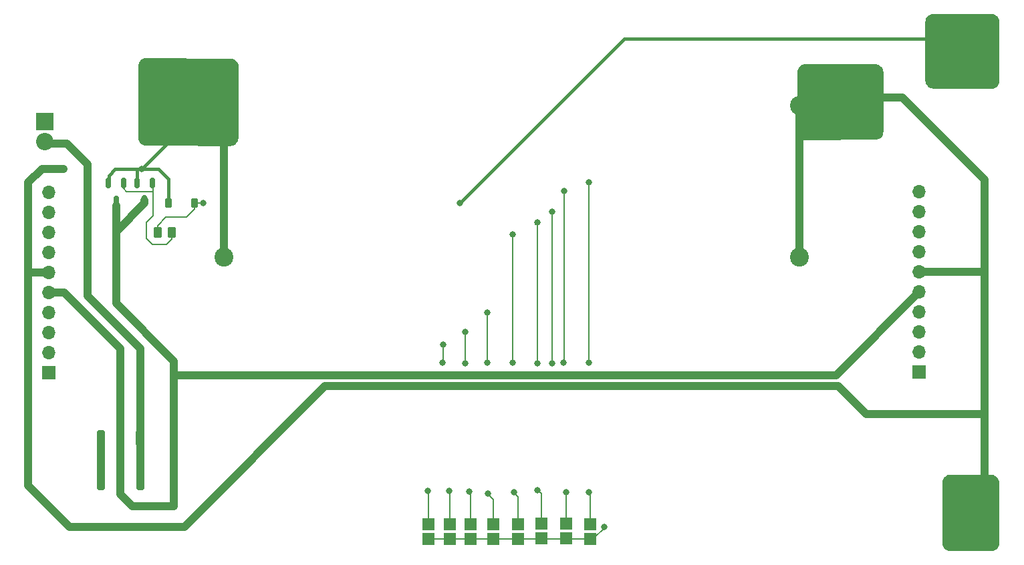
<source format=gbr>
%TF.GenerationSoftware,KiCad,Pcbnew,(7.0.0)*%
%TF.CreationDate,2023-03-03T13:32:30+01:00*%
%TF.ProjectId,Solar Cell offgrid Power,536f6c61-7220-4436-956c-6c206f666667,rev?*%
%TF.SameCoordinates,Original*%
%TF.FileFunction,Copper,L1,Top*%
%TF.FilePolarity,Positive*%
%FSLAX46Y46*%
G04 Gerber Fmt 4.6, Leading zero omitted, Abs format (unit mm)*
G04 Created by KiCad (PCBNEW (7.0.0)) date 2023-03-03 13:32:30*
%MOMM*%
%LPD*%
G01*
G04 APERTURE LIST*
G04 Aperture macros list*
%AMRoundRect*
0 Rectangle with rounded corners*
0 $1 Rounding radius*
0 $2 $3 $4 $5 $6 $7 $8 $9 X,Y pos of 4 corners*
0 Add a 4 corners polygon primitive as box body*
4,1,4,$2,$3,$4,$5,$6,$7,$8,$9,$2,$3,0*
0 Add four circle primitives for the rounded corners*
1,1,$1+$1,$2,$3*
1,1,$1+$1,$4,$5*
1,1,$1+$1,$6,$7*
1,1,$1+$1,$8,$9*
0 Add four rect primitives between the rounded corners*
20,1,$1+$1,$2,$3,$4,$5,0*
20,1,$1+$1,$4,$5,$6,$7,0*
20,1,$1+$1,$6,$7,$8,$9,0*
20,1,$1+$1,$8,$9,$2,$3,0*%
G04 Aperture macros list end*
%TA.AperFunction,SMDPad,CuDef*%
%ADD10RoundRect,0.250000X-0.262500X-0.450000X0.262500X-0.450000X0.262500X0.450000X-0.262500X0.450000X0*%
%TD*%
%TA.AperFunction,SMDPad,CuDef*%
%ADD11RoundRect,0.150000X-0.150000X0.512500X-0.150000X-0.512500X0.150000X-0.512500X0.150000X0.512500X0*%
%TD*%
%TA.AperFunction,SMDPad,CuDef*%
%ADD12R,3.000000X3.000000*%
%TD*%
%TA.AperFunction,ComponentPad*%
%ADD13R,1.700000X1.700000*%
%TD*%
%TA.AperFunction,ComponentPad*%
%ADD14O,1.700000X1.700000*%
%TD*%
%TA.AperFunction,SMDPad,CuDef*%
%ADD15R,1.500000X1.500000*%
%TD*%
%TA.AperFunction,SMDPad,CuDef*%
%ADD16RoundRect,0.250000X-0.250000X-0.750000X0.250000X-0.750000X0.250000X0.750000X-0.250000X0.750000X0*%
%TD*%
%TA.AperFunction,ComponentPad*%
%ADD17C,2.400000*%
%TD*%
%TA.AperFunction,SMDPad,CuDef*%
%ADD18RoundRect,0.225000X-0.225000X-0.375000X0.225000X-0.375000X0.225000X0.375000X-0.225000X0.375000X0*%
%TD*%
%TA.AperFunction,ComponentPad*%
%ADD19R,2.200000X2.200000*%
%TD*%
%TA.AperFunction,ComponentPad*%
%ADD20C,2.200000*%
%TD*%
%TA.AperFunction,ViaPad*%
%ADD21C,0.800000*%
%TD*%
%TA.AperFunction,Conductor*%
%ADD22C,0.150000*%
%TD*%
%TA.AperFunction,Conductor*%
%ADD23C,0.200000*%
%TD*%
%TA.AperFunction,Conductor*%
%ADD24C,1.000000*%
%TD*%
%TA.AperFunction,Conductor*%
%ADD25C,0.400000*%
%TD*%
G04 APERTURE END LIST*
D10*
%TO.P,R1,1*%
%TO.N,Net-(D1-A)*%
X127087500Y-93360000D03*
%TO.P,R1,2*%
%TO.N,Net-(T1-B)*%
X128912500Y-93360000D03*
%TD*%
D11*
%TO.P,T2,3,C*%
%TO.N,PWR*%
X125450000Y-89367500D03*
%TO.P,T2,2,E*%
%TO.N,BAT+*%
X124500000Y-87092500D03*
%TO.P,T2,1,B*%
%TO.N,Net-(T1-B)*%
X126400000Y-87092500D03*
%TD*%
%TO.P,T1,1,B*%
%TO.N,Net-(T1-B)*%
X122780000Y-87155000D03*
%TO.P,T1,2,E*%
%TO.N,BAT+*%
X120880000Y-87155000D03*
%TO.P,T1,3,C*%
%TO.N,PWR*%
X121830000Y-89430000D03*
%TD*%
D12*
%TO.P,TPBAT_NEG1,1,1*%
%TO.N,GND*%
X213589999Y-76289999D03*
%TD*%
D13*
%TO.P,J2,1,Pin_1*%
%TO.N,Conn_track_1*%
X113289999Y-111149999D03*
D14*
%TO.P,J2,2,Pin_2*%
%TO.N,Conn_track_2*%
X113289999Y-108609999D03*
%TO.P,J2,3,Pin_3*%
%TO.N,Conn_track_3*%
X113289999Y-106069999D03*
%TO.P,J2,4,Pin_4*%
%TO.N,Conn_track_4*%
X113289999Y-103529999D03*
%TO.P,J2,5,Pin_5*%
%TO.N,PWR*%
X113289999Y-100989999D03*
%TO.P,J2,6,Pin_6*%
%TO.N,GND*%
X113289999Y-98449999D03*
%TO.P,J2,7,Pin_7*%
%TO.N,Conn_track_7*%
X113289999Y-95909999D03*
%TO.P,J2,8,Pin_8*%
%TO.N,Conn_track_8*%
X113289999Y-93369999D03*
%TO.P,J2,9,Pin_9*%
%TO.N,Conn_track_9*%
X113289999Y-90829999D03*
%TO.P,J2,10,Pin_10*%
%TO.N,Conn_track_10*%
X113289999Y-88289999D03*
%TD*%
D15*
%TO.P,BK4,1,1*%
%TO.N,BAT+*%
X161369999Y-132239999D03*
%TO.P,BK4,2,2*%
%TO.N,Conn_track_1*%
X161369999Y-130379999D03*
%TD*%
%TO.P,BK8,1,1*%
%TO.N,BAT+*%
X172739999Y-132224999D03*
%TO.P,BK8,2,2*%
%TO.N,Conn_track_7*%
X172739999Y-130364999D03*
%TD*%
D16*
%TO.P,J4,1,Pin_1*%
%TO.N,Net-(J4-Pin_1)*%
X119900000Y-125080000D03*
%TO.P,J4,2,Pin_2*%
%TO.N,PWR*%
X122390000Y-125070000D03*
%TO.P,J4,3,Pin_3*%
%TO.N,PWR_HOME*%
X124910000Y-125080000D03*
%TO.P,J4,4,Pin_4*%
X124830000Y-119450000D03*
%TO.P,J4,5,Pin_5*%
%TO.N,PWR*%
X122410000Y-119430000D03*
%TO.P,J4,6,Pin_6*%
%TO.N,Net-(J4-Pin_1)*%
X119900000Y-119440000D03*
%TD*%
D17*
%TO.P,BT2,1+*%
%TO.N,BAT+*%
X135460000Y-77270000D03*
%TO.P,BT2,1-*%
%TO.N,GND*%
X208360000Y-77270000D03*
%TO.P,BT2,2+*%
%TO.N,BAT+*%
X135460000Y-96570000D03*
%TO.P,BT2,2-*%
%TO.N,GND*%
X208360000Y-96570000D03*
%TD*%
D15*
%TO.P,BK7,1,1*%
%TO.N,BAT+*%
X169589999Y-132219999D03*
%TO.P,BK7,2,2*%
%TO.N,Conn_track_4*%
X169589999Y-130359999D03*
%TD*%
D12*
%TO.P,BAT_POS2,1,1*%
%TO.N,BAT+*%
X131169999Y-77089999D03*
%TD*%
D15*
%TO.P,BK6,1,1*%
%TO.N,BAT+*%
X166749999Y-132249999D03*
%TO.P,BK6,2,2*%
%TO.N,Conn_track_3*%
X166749999Y-130389999D03*
%TD*%
D12*
%TO.P,TPSC_NEG1,1,1*%
%TO.N,GND*%
X231839999Y-130129999D03*
%TD*%
D15*
%TO.P,BK3,1,1*%
%TO.N,BAT+*%
X181869999Y-132234999D03*
%TO.P,BK3,2,2*%
%TO.N,Conn_track_10*%
X181869999Y-130374999D03*
%TD*%
%TO.P,BK2,1,1*%
%TO.N,BAT+*%
X178829999Y-132174999D03*
%TO.P,BK2,2,2*%
%TO.N,Conn_track_9*%
X178829999Y-130314999D03*
%TD*%
D13*
%TO.P,J1,1,Pin_1*%
%TO.N,Conn_track_1*%
X223579999Y-111109999D03*
D14*
%TO.P,J1,2,Pin_2*%
%TO.N,Conn_track_2*%
X223579999Y-108569999D03*
%TO.P,J1,3,Pin_3*%
%TO.N,Conn_track_3*%
X223579999Y-106029999D03*
%TO.P,J1,4,Pin_4*%
%TO.N,Conn_track_4*%
X223579999Y-103489999D03*
%TO.P,J1,5,Pin_5*%
%TO.N,PWR*%
X223579999Y-100949999D03*
%TO.P,J1,6,Pin_6*%
%TO.N,GND*%
X223579999Y-98409999D03*
%TO.P,J1,7,Pin_7*%
%TO.N,Conn_track_7*%
X223579999Y-95869999D03*
%TO.P,J1,8,Pin_8*%
%TO.N,Conn_track_8*%
X223579999Y-93329999D03*
%TO.P,J1,9,Pin_9*%
%TO.N,Conn_track_9*%
X223579999Y-90789999D03*
%TO.P,J1,10,Pin_10*%
%TO.N,Conn_track_10*%
X223579999Y-88249999D03*
%TD*%
D18*
%TO.P,D1,1,K*%
%TO.N,BAT+*%
X128450000Y-89670000D03*
%TO.P,D1,2,A*%
%TO.N,Net-(D1-A)*%
X131750000Y-89670000D03*
%TD*%
D19*
%TO.P,J3,1,Pin_1*%
%TO.N,GND*%
X112829999Y-79329999D03*
D20*
%TO.P,J3,2,Pin_2*%
%TO.N,PWR_HOME*%
X112830000Y-81870000D03*
%TD*%
D12*
%TO.P,SC_POS1,1,1*%
%TO.N,Net-(D1-A)*%
X231709999Y-69829999D03*
%TD*%
D15*
%TO.P,BK1,1,1*%
%TO.N,BAT+*%
X175719999Y-132194999D03*
%TO.P,BK1,2,2*%
%TO.N,Conn_track_8*%
X175719999Y-130334999D03*
%TD*%
%TO.P,BK5,1,1*%
%TO.N,BAT+*%
X164069999Y-132239999D03*
%TO.P,BK5,2,2*%
%TO.N,Conn_track_2*%
X164069999Y-130379999D03*
%TD*%
D21*
%TO.N,Conn_track_10*%
X181720000Y-126330000D03*
%TO.N,Conn_track_9*%
X178850000Y-126340000D03*
%TO.N,Conn_track_8*%
X175220000Y-126070000D03*
%TO.N,Conn_track_7*%
X172250000Y-126360000D03*
%TO.N,Conn_track_4*%
X168910000Y-126520000D03*
%TO.N,Conn_track_3*%
X166560000Y-126250000D03*
%TO.N,Conn_track_2*%
X164010000Y-126150000D03*
%TO.N,Conn_track_1*%
X161340000Y-126200000D03*
%TO.N,BAT+*%
X183690000Y-130770000D03*
X181690000Y-109880000D03*
%TO.N,Conn_track_10*%
X178540000Y-109910000D03*
%TO.N,Conn_track_9*%
X177080000Y-110000000D03*
%TO.N,Conn_track_8*%
X175220000Y-109990000D03*
%TO.N,Conn_track_7*%
X172070000Y-109930000D03*
%TO.N,Conn_track_4*%
X168880000Y-109910000D03*
%TO.N,Conn_track_3*%
X166090000Y-110010000D03*
%TO.N,Conn_track_2*%
X163190000Y-109900000D03*
%TO.N,Net-(D1-A)*%
X165380000Y-89680000D03*
X132900000Y-89680000D03*
%TO.N,BAT+*%
X181720000Y-87070000D03*
X125090000Y-85385000D03*
%TO.N,Conn_track_8*%
X175230000Y-92150000D03*
%TO.N,GND*%
X115170000Y-85350000D03*
%TO.N,Conn_track_9*%
X177070000Y-90770000D03*
%TO.N,Conn_track_10*%
X178560000Y-88190000D03*
%TO.N,Conn_track_2*%
X163290000Y-107620000D03*
%TO.N,Conn_track_3*%
X166090000Y-105980000D03*
%TO.N,Conn_track_4*%
X168860000Y-103530000D03*
%TO.N,Conn_track_7*%
X172030000Y-93670000D03*
%TD*%
D22*
%TO.N,Net-(T1-B)*%
X126530000Y-88200000D02*
X126560000Y-88170000D01*
X123170000Y-88200000D02*
X126530000Y-88200000D01*
X122780000Y-87810000D02*
X123170000Y-88200000D01*
X122780000Y-87155000D02*
X122780000Y-87810000D01*
D23*
X126560000Y-87252500D02*
X126400000Y-87092500D01*
X125660000Y-94120000D02*
X125660000Y-92160000D01*
X126560000Y-91260000D02*
X126560000Y-87252500D01*
X126460000Y-94920000D02*
X125660000Y-94120000D01*
X125660000Y-92160000D02*
X126560000Y-91260000D01*
X128250000Y-94920000D02*
X126460000Y-94920000D01*
X128912500Y-94257500D02*
X128250000Y-94920000D01*
X128912500Y-93360000D02*
X128912500Y-94257500D01*
D24*
%TO.N,PWR*%
X121820000Y-93290000D02*
X121820000Y-94570000D01*
X125450000Y-89660000D02*
X121820000Y-93290000D01*
X125450000Y-89367500D02*
X125450000Y-89660000D01*
D23*
%TO.N,Net-(D1-A)*%
X127087500Y-92522500D02*
X127087500Y-93360000D01*
X130770000Y-91450000D02*
X128160000Y-91450000D01*
X131750000Y-90470000D02*
X130770000Y-91450000D01*
X131750000Y-89670000D02*
X131750000Y-90470000D01*
X128160000Y-91450000D02*
X127087500Y-92522500D01*
D25*
%TO.N,BAT+*%
X128450000Y-86650000D02*
X128450000Y-89670000D01*
X125090000Y-85385000D02*
X127185000Y-85385000D01*
X127185000Y-85385000D02*
X128450000Y-86650000D01*
X121725000Y-85385000D02*
X120900000Y-86210000D01*
X125090000Y-85385000D02*
X121725000Y-85385000D01*
X120900000Y-86210000D02*
X120900000Y-87255000D01*
X124500000Y-85475000D02*
X124410000Y-85385000D01*
X124500000Y-87092500D02*
X124500000Y-85475000D01*
D24*
%TO.N,PWR*%
X121820000Y-94570000D02*
X121820000Y-102410000D01*
X121820000Y-89980000D02*
X121820000Y-94570000D01*
D23*
%TO.N,Net-(D1-A)*%
X131790000Y-89630000D02*
X131750000Y-89670000D01*
X132850000Y-89630000D02*
X131790000Y-89630000D01*
X132900000Y-89680000D02*
X132850000Y-89630000D01*
D22*
%TO.N,Conn_track_1*%
X161370000Y-126350000D02*
X161310000Y-126290000D01*
X161370000Y-130380000D02*
X161370000Y-126350000D01*
%TO.N,Conn_track_3*%
X166750000Y-126400000D02*
X166580000Y-126230000D01*
X166750000Y-130390000D02*
X166750000Y-126400000D01*
%TO.N,Conn_track_4*%
X169590000Y-127300000D02*
X168900000Y-126610000D01*
X169590000Y-130360000D02*
X169590000Y-127300000D01*
%TO.N,Conn_track_7*%
X172740000Y-126890000D02*
X172190000Y-126340000D01*
X172740000Y-130365000D02*
X172740000Y-126890000D01*
%TO.N,Conn_track_8*%
X175720000Y-126500000D02*
X175220000Y-126000000D01*
X175720000Y-130335000D02*
X175720000Y-126500000D01*
%TO.N,Conn_track_9*%
X178830000Y-126340000D02*
X178840000Y-126330000D01*
X178830000Y-130315000D02*
X178830000Y-126340000D01*
%TO.N,Conn_track_10*%
X181870000Y-126560000D02*
X181550000Y-126240000D01*
X181870000Y-130375000D02*
X181870000Y-126560000D01*
%TO.N,BAT+*%
X182265000Y-132235000D02*
X183800000Y-130700000D01*
X181870000Y-132235000D02*
X182265000Y-132235000D01*
D23*
X181720000Y-87070000D02*
X181720000Y-109750000D01*
D22*
%TO.N,Conn_track_10*%
X178560000Y-109860000D02*
X178580000Y-109880000D01*
X178560000Y-88190000D02*
X178560000Y-109860000D01*
%TO.N,Conn_track_9*%
X177070000Y-109950000D02*
X177060000Y-109960000D01*
X177070000Y-90770000D02*
X177070000Y-109950000D01*
%TO.N,Conn_track_8*%
X175230000Y-92150000D02*
X175230000Y-109840000D01*
%TO.N,Conn_track_7*%
X172030000Y-109780000D02*
X172100000Y-109850000D01*
X172030000Y-93670000D02*
X172030000Y-109780000D01*
%TO.N,Conn_track_4*%
X168860000Y-109790000D02*
X168850000Y-109800000D01*
X168860000Y-103530000D02*
X168860000Y-109790000D01*
D23*
%TO.N,Conn_track_3*%
X166090000Y-105980000D02*
X166090000Y-109990000D01*
%TO.N,Conn_track_2*%
X163290000Y-109840000D02*
X163280000Y-109850000D01*
X163290000Y-107620000D02*
X163290000Y-109840000D01*
D24*
%TO.N,GND*%
X216820000Y-116430000D02*
X231840000Y-116430000D01*
X213290000Y-112900000D02*
X216820000Y-116430000D01*
X148260000Y-112900000D02*
X213290000Y-112900000D01*
X130460000Y-130700000D02*
X148260000Y-112900000D01*
X115970000Y-130700000D02*
X130460000Y-130700000D01*
X110720000Y-125450000D02*
X115970000Y-130700000D01*
X110720000Y-102200000D02*
X110720000Y-125450000D01*
X231840000Y-116430000D02*
X231840000Y-101300000D01*
X231840000Y-123990000D02*
X231840000Y-116430000D01*
%TO.N,PWR*%
X213020000Y-111510000D02*
X223580000Y-100950000D01*
X129182500Y-111440000D02*
X129252500Y-111510000D01*
X129252500Y-111510000D02*
X213020000Y-111510000D01*
%TO.N,BAT+*%
X131200000Y-77300000D02*
X131020000Y-77120000D01*
X135430000Y-77300000D02*
X131200000Y-77300000D01*
X135460000Y-77270000D02*
X135430000Y-77300000D01*
D25*
X131020000Y-79390000D02*
X131020000Y-77120000D01*
X125090000Y-85320000D02*
X131020000Y-79390000D01*
X125090000Y-85385000D02*
X125090000Y-85320000D01*
%TO.N,Net-(D1-A)*%
X165350000Y-89680000D02*
X186220000Y-68810000D01*
X165380000Y-89680000D02*
X165350000Y-89680000D01*
X165380000Y-89650000D02*
X165380000Y-89680000D01*
D24*
%TO.N,BAT+*%
X135460000Y-96570000D02*
X135460000Y-77270000D01*
%TO.N,GND*%
X208360000Y-96570000D02*
X208360000Y-77270000D01*
D22*
%TO.N,BAT+*%
X181865000Y-132240000D02*
X181870000Y-132235000D01*
X161370000Y-132240000D02*
X181865000Y-132240000D01*
D25*
%TO.N,Net-(D1-A)*%
X165400000Y-89630000D02*
X165380000Y-89650000D01*
X186220000Y-68810000D02*
X230690000Y-68810000D01*
X230690000Y-68810000D02*
X231710000Y-69830000D01*
D22*
%TO.N,Conn_track_8*%
X174990000Y-92390000D02*
X175230000Y-92150000D01*
D24*
%TO.N,PWR*%
X122390000Y-108140000D02*
X115240000Y-100990000D01*
X122390000Y-121660000D02*
X122390000Y-108140000D01*
X129182500Y-109772500D02*
X129182500Y-128080000D01*
X115240000Y-100990000D02*
X113290000Y-100990000D01*
X129172500Y-128070000D02*
X123890000Y-128070000D01*
X122390000Y-126570000D02*
X122390000Y-125070000D01*
X123890000Y-128070000D02*
X122390000Y-126570000D01*
X129182500Y-128080000D02*
X129172500Y-128070000D01*
X122390000Y-119450000D02*
X122410000Y-119430000D01*
X122390000Y-121660000D02*
X122390000Y-119450000D01*
X121820000Y-102410000D02*
X129182500Y-109772500D01*
X121822500Y-89977500D02*
X121820000Y-89980000D01*
X122390000Y-125070000D02*
X122390000Y-121660000D01*
D25*
%TO.N,GND*%
X110720000Y-98460000D02*
X110730000Y-98450000D01*
D24*
X231770000Y-98410000D02*
X223580000Y-98410000D01*
X110730000Y-98450000D02*
X113290000Y-98450000D01*
X110720000Y-102200000D02*
X110720000Y-98460000D01*
X231840000Y-101300000D02*
X231840000Y-98480000D01*
X221440000Y-76290000D02*
X213590000Y-76290000D01*
D25*
X231840000Y-130130000D02*
X231270000Y-130700000D01*
D24*
X231840000Y-130130000D02*
X231840000Y-123990000D01*
X231840000Y-86690000D02*
X221440000Y-76290000D01*
X209350000Y-77300000D02*
X212580000Y-77300000D01*
D25*
X115170000Y-85350000D02*
X115140000Y-85290000D01*
D24*
X110720000Y-102200000D02*
X110720000Y-87070000D01*
D25*
X231840000Y-98480000D02*
X231770000Y-98410000D01*
D24*
X112440000Y-85350000D02*
X115170000Y-85350000D01*
X110720000Y-87070000D02*
X112440000Y-85350000D01*
X231840000Y-101300000D02*
X231840000Y-86690000D01*
X212580000Y-77300000D02*
X213590000Y-76290000D01*
D22*
%TO.N,Conn_track_2*%
X164070000Y-130380000D02*
X164070000Y-126080000D01*
X163340000Y-107650000D02*
X163420000Y-107570000D01*
%TO.N,Conn_track_3*%
X166020000Y-106040000D02*
X166010000Y-106030000D01*
D24*
%TO.N,PWR_HOME*%
X113130000Y-82170000D02*
X115610000Y-82170000D01*
X118230000Y-101470000D02*
X124910000Y-108150000D01*
X115610000Y-82170000D02*
X118230000Y-84790000D01*
D25*
X113130000Y-82170000D02*
X112830000Y-81870000D01*
D24*
X124910000Y-108150000D02*
X124910000Y-125080000D01*
X118230000Y-84790000D02*
X118230000Y-101470000D01*
%TO.N,Net-(J4-Pin_1)*%
X119900000Y-125080000D02*
X119900000Y-119440000D01*
D22*
%TO.N,Conn_track_4*%
X168910000Y-103530000D02*
X168930000Y-103510000D01*
X168860000Y-103530000D02*
X168910000Y-103530000D01*
X168860000Y-103580000D02*
X168860000Y-103580000D01*
%TO.N,Conn_track_7*%
X172010000Y-93690000D02*
X172030000Y-93670000D01*
%TD*%
%TA.AperFunction,Conductor*%
%TO.N,Net-(D1-A)*%
G36*
X232721137Y-65691096D02*
G01*
X232892941Y-65708018D01*
X232916769Y-65712757D01*
X233081001Y-65762576D01*
X233103453Y-65771877D01*
X233254798Y-65852772D01*
X233275010Y-65866277D01*
X233407666Y-65975145D01*
X233424854Y-65992333D01*
X233533722Y-66124989D01*
X233547227Y-66145201D01*
X233628121Y-66296543D01*
X233637424Y-66319001D01*
X233687240Y-66483224D01*
X233691982Y-66507065D01*
X233708903Y-66678862D01*
X233709500Y-66691016D01*
X233709500Y-74187648D01*
X233708900Y-74199829D01*
X233691904Y-74372013D01*
X233687141Y-74395904D01*
X233637110Y-74560450D01*
X233627769Y-74582948D01*
X233546538Y-74734530D01*
X233532977Y-74754768D01*
X233423671Y-74887551D01*
X233406416Y-74904748D01*
X233273261Y-75013596D01*
X233252976Y-75027087D01*
X233101113Y-75107800D01*
X233078582Y-75117065D01*
X232913862Y-75166530D01*
X232889955Y-75171210D01*
X232712646Y-75188098D01*
X232700463Y-75188656D01*
X231075120Y-75183078D01*
X226682320Y-75168003D01*
X225352643Y-75163439D01*
X225340522Y-75162804D01*
X225313957Y-75160101D01*
X225164091Y-75144854D01*
X225140316Y-75140051D01*
X224976590Y-75089886D01*
X224954205Y-75080546D01*
X224803381Y-74999471D01*
X224783242Y-74985952D01*
X224651085Y-74877066D01*
X224633964Y-74859886D01*
X224525533Y-74727358D01*
X224512083Y-74707173D01*
X224431525Y-74556070D01*
X224422262Y-74533653D01*
X224422050Y-74532953D01*
X224372660Y-74369757D01*
X224367939Y-74345968D01*
X224350594Y-74169469D01*
X224350000Y-74157342D01*
X224350000Y-66696093D01*
X224350597Y-66683939D01*
X224351290Y-66676895D01*
X224368018Y-66507056D01*
X224372757Y-66483232D01*
X224422577Y-66318994D01*
X224431875Y-66296549D01*
X224512775Y-66145195D01*
X224526272Y-66124995D01*
X224635149Y-65992328D01*
X224652328Y-65975149D01*
X224784995Y-65866272D01*
X224805195Y-65852775D01*
X224956549Y-65771875D01*
X224978994Y-65762577D01*
X225143232Y-65712757D01*
X225167056Y-65708018D01*
X225338862Y-65691096D01*
X225351016Y-65690500D01*
X232708984Y-65690500D01*
X232721137Y-65691096D01*
G37*
%TD.AperFunction*%
%TD*%
%TA.AperFunction,Conductor*%
%TO.N,GND*%
G36*
X218034926Y-72081953D02*
G01*
X218211806Y-72099374D01*
X218235634Y-72104113D01*
X218399866Y-72153932D01*
X218422318Y-72163233D01*
X218573663Y-72244128D01*
X218593875Y-72257633D01*
X218726531Y-72366501D01*
X218743719Y-72383689D01*
X218852587Y-72516345D01*
X218866092Y-72536557D01*
X218946986Y-72687899D01*
X218956289Y-72710357D01*
X219006105Y-72874580D01*
X219010847Y-72898421D01*
X219028268Y-73075295D01*
X219028865Y-73087449D01*
X219028865Y-80640812D01*
X219028272Y-80652924D01*
X219010973Y-80829180D01*
X219006264Y-80852940D01*
X218956794Y-81016635D01*
X218947555Y-81039027D01*
X218867205Y-81189978D01*
X218853790Y-81210146D01*
X218745625Y-81342599D01*
X218728545Y-81359774D01*
X218596694Y-81468672D01*
X218576599Y-81482200D01*
X218426092Y-81563385D01*
X218403752Y-81572747D01*
X218240337Y-81623123D01*
X218216603Y-81627964D01*
X218040443Y-81646238D01*
X218028335Y-81646898D01*
X209201119Y-81695803D01*
X209188991Y-81695276D01*
X209012444Y-81678917D01*
X208988636Y-81674330D01*
X208824499Y-81625659D01*
X208802048Y-81616530D01*
X208650521Y-81536843D01*
X208630267Y-81523512D01*
X208497156Y-81415868D01*
X208479881Y-81398849D01*
X208370260Y-81267350D01*
X208356629Y-81247295D01*
X208331244Y-81200722D01*
X208274698Y-81096977D01*
X208265234Y-81074661D01*
X208214123Y-80911267D01*
X208209182Y-80887530D01*
X208204202Y-80841292D01*
X208190196Y-80711249D01*
X208189489Y-80699135D01*
X208189000Y-80646881D01*
X208118365Y-73096829D01*
X208118855Y-73084604D01*
X208119147Y-73081356D01*
X208134818Y-72906533D01*
X208139392Y-72882517D01*
X208141734Y-72874580D01*
X208188246Y-72716942D01*
X208197439Y-72694300D01*
X208277841Y-72541523D01*
X208291298Y-72521125D01*
X208400122Y-72387092D01*
X208417316Y-72369737D01*
X208550318Y-72259671D01*
X208570593Y-72246020D01*
X208722613Y-72164191D01*
X208745166Y-72154788D01*
X208910282Y-72104385D01*
X208934241Y-72099589D01*
X209097310Y-72083432D01*
X209112169Y-72081960D01*
X209124395Y-72081356D01*
X218022772Y-72081356D01*
X218034926Y-72081953D01*
G37*
%TD.AperFunction*%
%TD*%
%TA.AperFunction,Conductor*%
%TO.N,GND*%
G36*
X232711459Y-124140017D02*
G01*
X232723530Y-124140699D01*
X232899440Y-124159274D01*
X232923128Y-124164148D01*
X233086272Y-124214725D01*
X233108560Y-124224105D01*
X233177133Y-124261214D01*
X233258773Y-124305395D01*
X233278824Y-124318929D01*
X233410391Y-124427835D01*
X233427434Y-124445006D01*
X233535351Y-124577387D01*
X233548735Y-124597540D01*
X233628891Y-124748351D01*
X233638107Y-124770719D01*
X233687455Y-124934224D01*
X233692153Y-124957957D01*
X233708909Y-125128904D01*
X233709500Y-125141000D01*
X233709500Y-132778984D01*
X233708903Y-132791139D01*
X233691982Y-132962935D01*
X233687240Y-132986775D01*
X233637424Y-133150998D01*
X233628121Y-133173456D01*
X233547227Y-133324798D01*
X233533722Y-133345010D01*
X233424854Y-133477666D01*
X233407666Y-133494854D01*
X233275010Y-133603722D01*
X233254798Y-133617227D01*
X233103456Y-133698121D01*
X233080998Y-133707424D01*
X232916775Y-133757240D01*
X232892935Y-133761982D01*
X232787046Y-133772411D01*
X232721136Y-133778903D01*
X232708984Y-133779500D01*
X227510315Y-133779500D01*
X227498161Y-133778903D01*
X227326364Y-133761982D01*
X227302523Y-133757240D01*
X227138300Y-133707424D01*
X227115842Y-133698121D01*
X226964500Y-133617227D01*
X226944288Y-133603722D01*
X226811632Y-133494854D01*
X226794444Y-133477666D01*
X226685576Y-133345010D01*
X226672071Y-133324798D01*
X226591177Y-133173456D01*
X226581874Y-133150998D01*
X226532056Y-132986769D01*
X226527317Y-132962941D01*
X226509896Y-132786061D01*
X226509299Y-132773907D01*
X226509299Y-125107131D01*
X226509902Y-125094919D01*
X226527488Y-124917214D01*
X226532275Y-124893264D01*
X226582562Y-124728328D01*
X226591946Y-124705791D01*
X226673587Y-124553909D01*
X226687206Y-124533650D01*
X226797040Y-124400709D01*
X226814363Y-124383516D01*
X226948123Y-124274683D01*
X226968471Y-124261224D01*
X227120977Y-124180717D01*
X227143577Y-124171504D01*
X227308901Y-124122453D01*
X227332864Y-124117850D01*
X227510715Y-124101596D01*
X227522896Y-124101085D01*
X232711459Y-124140017D01*
G37*
%TD.AperFunction*%
%TD*%
%TA.AperFunction,Conductor*%
%TO.N,BAT+*%
G36*
X126722232Y-71317682D02*
G01*
X134809075Y-71381059D01*
X136392486Y-71393469D01*
X136404630Y-71394160D01*
X136581407Y-71412975D01*
X136605212Y-71417905D01*
X136769069Y-71469027D01*
X136791455Y-71478508D01*
X136942184Y-71560618D01*
X136962290Y-71574285D01*
X137094100Y-71684230D01*
X137111154Y-71701559D01*
X137218978Y-71835111D01*
X137232322Y-71855434D01*
X137312011Y-72007454D01*
X137321133Y-72029990D01*
X137349231Y-72125390D01*
X137369627Y-72194637D01*
X137374177Y-72218520D01*
X137390163Y-72395572D01*
X137390661Y-72407734D01*
X137317025Y-81440299D01*
X137316333Y-81452409D01*
X137297586Y-81628581D01*
X137292680Y-81652311D01*
X137241843Y-81815646D01*
X137232416Y-81837968D01*
X137150781Y-81988305D01*
X137137192Y-82008367D01*
X137027885Y-82139949D01*
X137010654Y-82156987D01*
X136877844Y-82264798D01*
X136857630Y-82278158D01*
X136706381Y-82358088D01*
X136683953Y-82367262D01*
X136520050Y-82416250D01*
X136496267Y-82420887D01*
X136319896Y-82437640D01*
X136307782Y-82438194D01*
X128123230Y-82412356D01*
X127853326Y-82411503D01*
X125641787Y-82404522D01*
X125629658Y-82403889D01*
X125453194Y-82385981D01*
X125429415Y-82381183D01*
X125265647Y-82331046D01*
X125243256Y-82321709D01*
X125092387Y-82240646D01*
X125072251Y-82227134D01*
X124940050Y-82118246D01*
X124922924Y-82101066D01*
X124814457Y-81968526D01*
X124801003Y-81948339D01*
X124720419Y-81797217D01*
X124711153Y-81774797D01*
X124674076Y-81652311D01*
X124661532Y-81610870D01*
X124656811Y-81587084D01*
X124639460Y-81410561D01*
X124638865Y-81398431D01*
X124638865Y-72315346D01*
X124639468Y-72303132D01*
X124650207Y-72194637D01*
X124657062Y-72125382D01*
X124661851Y-72101434D01*
X124712158Y-71936470D01*
X124721550Y-71913919D01*
X124803221Y-71762018D01*
X124816849Y-71741752D01*
X124926720Y-71608806D01*
X124944053Y-71591609D01*
X125077855Y-71482784D01*
X125098227Y-71469317D01*
X125250765Y-71388837D01*
X125273379Y-71379624D01*
X125438743Y-71330610D01*
X125462717Y-71326011D01*
X125576938Y-71315607D01*
X125640609Y-71309809D01*
X125652827Y-71309302D01*
X126722232Y-71317682D01*
G37*
%TD.AperFunction*%
%TD*%
M02*

</source>
